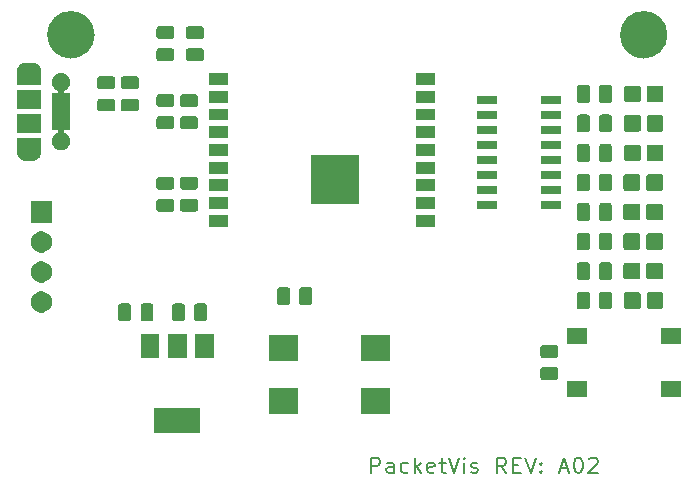
<source format=gbr>
G04 #@! TF.GenerationSoftware,KiCad,Pcbnew,(5.1.6)-1*
G04 #@! TF.CreationDate,2020-08-23T16:03:49+02:00*
G04 #@! TF.ProjectId,PacketVis,5061636b-6574-4566-9973-2e6b69636164,A01*
G04 #@! TF.SameCoordinates,Original*
G04 #@! TF.FileFunction,Soldermask,Top*
G04 #@! TF.FilePolarity,Negative*
%FSLAX46Y46*%
G04 Gerber Fmt 4.6, Leading zero omitted, Abs format (unit mm)*
G04 Created by KiCad (PCBNEW (5.1.6)-1) date 2020-08-23 16:03:49*
%MOMM*%
%LPD*%
G01*
G04 APERTURE LIST*
%ADD10C,0.150000*%
%ADD11C,2.000000*%
%ADD12C,0.100000*%
G04 APERTURE END LIST*
D10*
X212601428Y-116065476D02*
X212601428Y-114815476D01*
X213115714Y-114815476D01*
X213244285Y-114875000D01*
X213308571Y-114934523D01*
X213372857Y-115053571D01*
X213372857Y-115232142D01*
X213308571Y-115351190D01*
X213244285Y-115410714D01*
X213115714Y-115470238D01*
X212601428Y-115470238D01*
X214530000Y-116065476D02*
X214530000Y-115410714D01*
X214465714Y-115291666D01*
X214337142Y-115232142D01*
X214080000Y-115232142D01*
X213951428Y-115291666D01*
X214530000Y-116005952D02*
X214401428Y-116065476D01*
X214080000Y-116065476D01*
X213951428Y-116005952D01*
X213887142Y-115886904D01*
X213887142Y-115767857D01*
X213951428Y-115648809D01*
X214080000Y-115589285D01*
X214401428Y-115589285D01*
X214530000Y-115529761D01*
X215751428Y-116005952D02*
X215622857Y-116065476D01*
X215365714Y-116065476D01*
X215237142Y-116005952D01*
X215172857Y-115946428D01*
X215108571Y-115827380D01*
X215108571Y-115470238D01*
X215172857Y-115351190D01*
X215237142Y-115291666D01*
X215365714Y-115232142D01*
X215622857Y-115232142D01*
X215751428Y-115291666D01*
X216330000Y-116065476D02*
X216330000Y-114815476D01*
X216458571Y-115589285D02*
X216844285Y-116065476D01*
X216844285Y-115232142D02*
X216330000Y-115708333D01*
X217937142Y-116005952D02*
X217808571Y-116065476D01*
X217551428Y-116065476D01*
X217422857Y-116005952D01*
X217358571Y-115886904D01*
X217358571Y-115410714D01*
X217422857Y-115291666D01*
X217551428Y-115232142D01*
X217808571Y-115232142D01*
X217937142Y-115291666D01*
X218001428Y-115410714D01*
X218001428Y-115529761D01*
X217358571Y-115648809D01*
X218387142Y-115232142D02*
X218901428Y-115232142D01*
X218580000Y-114815476D02*
X218580000Y-115886904D01*
X218644285Y-116005952D01*
X218772857Y-116065476D01*
X218901428Y-116065476D01*
X219158571Y-114815476D02*
X219608571Y-116065476D01*
X220058571Y-114815476D01*
X220508571Y-116065476D02*
X220508571Y-115232142D01*
X220508571Y-114815476D02*
X220444285Y-114875000D01*
X220508571Y-114934523D01*
X220572857Y-114875000D01*
X220508571Y-114815476D01*
X220508571Y-114934523D01*
X221087142Y-116005952D02*
X221215714Y-116065476D01*
X221472857Y-116065476D01*
X221601428Y-116005952D01*
X221665714Y-115886904D01*
X221665714Y-115827380D01*
X221601428Y-115708333D01*
X221472857Y-115648809D01*
X221280000Y-115648809D01*
X221151428Y-115589285D01*
X221087142Y-115470238D01*
X221087142Y-115410714D01*
X221151428Y-115291666D01*
X221280000Y-115232142D01*
X221472857Y-115232142D01*
X221601428Y-115291666D01*
X224044285Y-116065476D02*
X223594285Y-115470238D01*
X223272857Y-116065476D02*
X223272857Y-114815476D01*
X223787142Y-114815476D01*
X223915714Y-114875000D01*
X223980000Y-114934523D01*
X224044285Y-115053571D01*
X224044285Y-115232142D01*
X223980000Y-115351190D01*
X223915714Y-115410714D01*
X223787142Y-115470238D01*
X223272857Y-115470238D01*
X224622857Y-115410714D02*
X225072857Y-115410714D01*
X225265714Y-116065476D02*
X224622857Y-116065476D01*
X224622857Y-114815476D01*
X225265714Y-114815476D01*
X225651428Y-114815476D02*
X226101428Y-116065476D01*
X226551428Y-114815476D01*
X227001428Y-115946428D02*
X227065714Y-116005952D01*
X227001428Y-116065476D01*
X226937142Y-116005952D01*
X227001428Y-115946428D01*
X227001428Y-116065476D01*
X227001428Y-115291666D02*
X227065714Y-115351190D01*
X227001428Y-115410714D01*
X226937142Y-115351190D01*
X227001428Y-115291666D01*
X227001428Y-115410714D01*
X228608571Y-115708333D02*
X229251428Y-115708333D01*
X228480000Y-116065476D02*
X228930000Y-114815476D01*
X229380000Y-116065476D01*
X230087142Y-114815476D02*
X230215714Y-114815476D01*
X230344285Y-114875000D01*
X230408571Y-114934523D01*
X230472857Y-115053571D01*
X230537142Y-115291666D01*
X230537142Y-115589285D01*
X230472857Y-115827380D01*
X230408571Y-115946428D01*
X230344285Y-116005952D01*
X230215714Y-116065476D01*
X230087142Y-116065476D01*
X229958571Y-116005952D01*
X229894285Y-115946428D01*
X229830000Y-115827380D01*
X229765714Y-115589285D01*
X229765714Y-115291666D01*
X229830000Y-115053571D01*
X229894285Y-114934523D01*
X229958571Y-114875000D01*
X230087142Y-114815476D01*
X231051428Y-114934523D02*
X231115714Y-114875000D01*
X231244285Y-114815476D01*
X231565714Y-114815476D01*
X231694285Y-114875000D01*
X231758571Y-114934523D01*
X231822857Y-115053571D01*
X231822857Y-115172619D01*
X231758571Y-115351190D01*
X230987142Y-116065476D01*
X231822857Y-116065476D01*
D11*
X188180000Y-79000000D02*
G75*
G03*
X188180000Y-79000000I-1000000J0D01*
G01*
X236680000Y-79000000D02*
G75*
G03*
X236680000Y-79000000I-1000000J0D01*
G01*
D12*
G36*
X198131000Y-112701000D02*
G01*
X194229000Y-112701000D01*
X194229000Y-110599000D01*
X198131000Y-110599000D01*
X198131000Y-112701000D01*
G37*
G36*
X214231000Y-111101000D02*
G01*
X211729000Y-111101000D01*
X211729000Y-108899000D01*
X214231000Y-108899000D01*
X214231000Y-111101000D01*
G37*
G36*
X206431000Y-111101000D02*
G01*
X203929000Y-111101000D01*
X203929000Y-108899000D01*
X206431000Y-108899000D01*
X206431000Y-111101000D01*
G37*
G36*
X230851000Y-109701000D02*
G01*
X229199000Y-109701000D01*
X229199000Y-108299000D01*
X230851000Y-108299000D01*
X230851000Y-109701000D01*
G37*
G36*
X238801000Y-109701000D02*
G01*
X237149000Y-109701000D01*
X237149000Y-108299000D01*
X238801000Y-108299000D01*
X238801000Y-109701000D01*
G37*
G36*
X228264468Y-107153565D02*
G01*
X228303138Y-107165296D01*
X228338777Y-107184346D01*
X228370017Y-107209983D01*
X228395654Y-107241223D01*
X228414704Y-107276862D01*
X228426435Y-107315532D01*
X228431000Y-107361888D01*
X228431000Y-108013112D01*
X228426435Y-108059468D01*
X228414704Y-108098138D01*
X228395654Y-108133777D01*
X228370017Y-108165017D01*
X228338777Y-108190654D01*
X228303138Y-108209704D01*
X228264468Y-108221435D01*
X228218112Y-108226000D01*
X227141888Y-108226000D01*
X227095532Y-108221435D01*
X227056862Y-108209704D01*
X227021223Y-108190654D01*
X226989983Y-108165017D01*
X226964346Y-108133777D01*
X226945296Y-108098138D01*
X226933565Y-108059468D01*
X226929000Y-108013112D01*
X226929000Y-107361888D01*
X226933565Y-107315532D01*
X226945296Y-107276862D01*
X226964346Y-107241223D01*
X226989983Y-107209983D01*
X227021223Y-107184346D01*
X227056862Y-107165296D01*
X227095532Y-107153565D01*
X227141888Y-107149000D01*
X228218112Y-107149000D01*
X228264468Y-107153565D01*
G37*
G36*
X214231000Y-106601000D02*
G01*
X211729000Y-106601000D01*
X211729000Y-104399000D01*
X214231000Y-104399000D01*
X214231000Y-106601000D01*
G37*
G36*
X206431000Y-106601000D02*
G01*
X203929000Y-106601000D01*
X203929000Y-104399000D01*
X206431000Y-104399000D01*
X206431000Y-106601000D01*
G37*
G36*
X196981000Y-106401000D02*
G01*
X195379000Y-106401000D01*
X195379000Y-104299000D01*
X196981000Y-104299000D01*
X196981000Y-106401000D01*
G37*
G36*
X194681000Y-106401000D02*
G01*
X193079000Y-106401000D01*
X193079000Y-104299000D01*
X194681000Y-104299000D01*
X194681000Y-106401000D01*
G37*
G36*
X199281000Y-106401000D02*
G01*
X197679000Y-106401000D01*
X197679000Y-104299000D01*
X199281000Y-104299000D01*
X199281000Y-106401000D01*
G37*
G36*
X228264468Y-105278565D02*
G01*
X228303138Y-105290296D01*
X228338777Y-105309346D01*
X228370017Y-105334983D01*
X228395654Y-105366223D01*
X228414704Y-105401862D01*
X228426435Y-105440532D01*
X228431000Y-105486888D01*
X228431000Y-106138112D01*
X228426435Y-106184468D01*
X228414704Y-106223138D01*
X228395654Y-106258777D01*
X228370017Y-106290017D01*
X228338777Y-106315654D01*
X228303138Y-106334704D01*
X228264468Y-106346435D01*
X228218112Y-106351000D01*
X227141888Y-106351000D01*
X227095532Y-106346435D01*
X227056862Y-106334704D01*
X227021223Y-106315654D01*
X226989983Y-106290017D01*
X226964346Y-106258777D01*
X226945296Y-106223138D01*
X226933565Y-106184468D01*
X226929000Y-106138112D01*
X226929000Y-105486888D01*
X226933565Y-105440532D01*
X226945296Y-105401862D01*
X226964346Y-105366223D01*
X226989983Y-105334983D01*
X227021223Y-105309346D01*
X227056862Y-105290296D01*
X227095532Y-105278565D01*
X227141888Y-105274000D01*
X228218112Y-105274000D01*
X228264468Y-105278565D01*
G37*
G36*
X238801000Y-105201000D02*
G01*
X237149000Y-105201000D01*
X237149000Y-103799000D01*
X238801000Y-103799000D01*
X238801000Y-105201000D01*
G37*
G36*
X230851000Y-105201000D02*
G01*
X229199000Y-105201000D01*
X229199000Y-103799000D01*
X230851000Y-103799000D01*
X230851000Y-105201000D01*
G37*
G36*
X192114468Y-101753565D02*
G01*
X192153138Y-101765296D01*
X192188777Y-101784346D01*
X192220017Y-101809983D01*
X192245654Y-101841223D01*
X192264704Y-101876862D01*
X192276435Y-101915532D01*
X192281000Y-101961888D01*
X192281000Y-103038112D01*
X192276435Y-103084468D01*
X192264704Y-103123138D01*
X192245654Y-103158777D01*
X192220017Y-103190017D01*
X192188777Y-103215654D01*
X192153138Y-103234704D01*
X192114468Y-103246435D01*
X192068112Y-103251000D01*
X191416888Y-103251000D01*
X191370532Y-103246435D01*
X191331862Y-103234704D01*
X191296223Y-103215654D01*
X191264983Y-103190017D01*
X191239346Y-103158777D01*
X191220296Y-103123138D01*
X191208565Y-103084468D01*
X191204000Y-103038112D01*
X191204000Y-101961888D01*
X191208565Y-101915532D01*
X191220296Y-101876862D01*
X191239346Y-101841223D01*
X191264983Y-101809983D01*
X191296223Y-101784346D01*
X191331862Y-101765296D01*
X191370532Y-101753565D01*
X191416888Y-101749000D01*
X192068112Y-101749000D01*
X192114468Y-101753565D01*
G37*
G36*
X198551968Y-101753565D02*
G01*
X198590638Y-101765296D01*
X198626277Y-101784346D01*
X198657517Y-101809983D01*
X198683154Y-101841223D01*
X198702204Y-101876862D01*
X198713935Y-101915532D01*
X198718500Y-101961888D01*
X198718500Y-103038112D01*
X198713935Y-103084468D01*
X198702204Y-103123138D01*
X198683154Y-103158777D01*
X198657517Y-103190017D01*
X198626277Y-103215654D01*
X198590638Y-103234704D01*
X198551968Y-103246435D01*
X198505612Y-103251000D01*
X197854388Y-103251000D01*
X197808032Y-103246435D01*
X197769362Y-103234704D01*
X197733723Y-103215654D01*
X197702483Y-103190017D01*
X197676846Y-103158777D01*
X197657796Y-103123138D01*
X197646065Y-103084468D01*
X197641500Y-103038112D01*
X197641500Y-101961888D01*
X197646065Y-101915532D01*
X197657796Y-101876862D01*
X197676846Y-101841223D01*
X197702483Y-101809983D01*
X197733723Y-101784346D01*
X197769362Y-101765296D01*
X197808032Y-101753565D01*
X197854388Y-101749000D01*
X198505612Y-101749000D01*
X198551968Y-101753565D01*
G37*
G36*
X196676968Y-101753565D02*
G01*
X196715638Y-101765296D01*
X196751277Y-101784346D01*
X196782517Y-101809983D01*
X196808154Y-101841223D01*
X196827204Y-101876862D01*
X196838935Y-101915532D01*
X196843500Y-101961888D01*
X196843500Y-103038112D01*
X196838935Y-103084468D01*
X196827204Y-103123138D01*
X196808154Y-103158777D01*
X196782517Y-103190017D01*
X196751277Y-103215654D01*
X196715638Y-103234704D01*
X196676968Y-103246435D01*
X196630612Y-103251000D01*
X195979388Y-103251000D01*
X195933032Y-103246435D01*
X195894362Y-103234704D01*
X195858723Y-103215654D01*
X195827483Y-103190017D01*
X195801846Y-103158777D01*
X195782796Y-103123138D01*
X195771065Y-103084468D01*
X195766500Y-103038112D01*
X195766500Y-101961888D01*
X195771065Y-101915532D01*
X195782796Y-101876862D01*
X195801846Y-101841223D01*
X195827483Y-101809983D01*
X195858723Y-101784346D01*
X195894362Y-101765296D01*
X195933032Y-101753565D01*
X195979388Y-101749000D01*
X196630612Y-101749000D01*
X196676968Y-101753565D01*
G37*
G36*
X193989468Y-101753565D02*
G01*
X194028138Y-101765296D01*
X194063777Y-101784346D01*
X194095017Y-101809983D01*
X194120654Y-101841223D01*
X194139704Y-101876862D01*
X194151435Y-101915532D01*
X194156000Y-101961888D01*
X194156000Y-103038112D01*
X194151435Y-103084468D01*
X194139704Y-103123138D01*
X194120654Y-103158777D01*
X194095017Y-103190017D01*
X194063777Y-103215654D01*
X194028138Y-103234704D01*
X193989468Y-103246435D01*
X193943112Y-103251000D01*
X193291888Y-103251000D01*
X193245532Y-103246435D01*
X193206862Y-103234704D01*
X193171223Y-103215654D01*
X193139983Y-103190017D01*
X193114346Y-103158777D01*
X193095296Y-103123138D01*
X193083565Y-103084468D01*
X193079000Y-103038112D01*
X193079000Y-101961888D01*
X193083565Y-101915532D01*
X193095296Y-101876862D01*
X193114346Y-101841223D01*
X193139983Y-101809983D01*
X193171223Y-101784346D01*
X193206862Y-101765296D01*
X193245532Y-101753565D01*
X193291888Y-101749000D01*
X193943112Y-101749000D01*
X193989468Y-101753565D01*
G37*
G36*
X184793512Y-100723927D02*
G01*
X184942812Y-100753624D01*
X185106784Y-100821544D01*
X185254354Y-100920147D01*
X185379853Y-101045646D01*
X185478456Y-101193216D01*
X185546376Y-101357188D01*
X185581000Y-101531259D01*
X185581000Y-101708741D01*
X185546376Y-101882812D01*
X185478456Y-102046784D01*
X185379853Y-102194354D01*
X185254354Y-102319853D01*
X185106784Y-102418456D01*
X184942812Y-102486376D01*
X184793512Y-102516073D01*
X184768742Y-102521000D01*
X184591258Y-102521000D01*
X184566488Y-102516073D01*
X184417188Y-102486376D01*
X184253216Y-102418456D01*
X184105646Y-102319853D01*
X183980147Y-102194354D01*
X183881544Y-102046784D01*
X183813624Y-101882812D01*
X183779000Y-101708741D01*
X183779000Y-101531259D01*
X183813624Y-101357188D01*
X183881544Y-101193216D01*
X183980147Y-101045646D01*
X184105646Y-100920147D01*
X184253216Y-100821544D01*
X184417188Y-100753624D01*
X184566488Y-100723927D01*
X184591258Y-100719000D01*
X184768742Y-100719000D01*
X184793512Y-100723927D01*
G37*
G36*
X230944468Y-100753565D02*
G01*
X230983138Y-100765296D01*
X231018777Y-100784346D01*
X231050017Y-100809983D01*
X231075654Y-100841223D01*
X231094704Y-100876862D01*
X231106435Y-100915532D01*
X231111000Y-100961888D01*
X231111000Y-102038112D01*
X231106435Y-102084468D01*
X231094704Y-102123138D01*
X231075654Y-102158777D01*
X231050017Y-102190017D01*
X231018777Y-102215654D01*
X230983138Y-102234704D01*
X230944468Y-102246435D01*
X230898112Y-102251000D01*
X230246888Y-102251000D01*
X230200532Y-102246435D01*
X230161862Y-102234704D01*
X230126223Y-102215654D01*
X230094983Y-102190017D01*
X230069346Y-102158777D01*
X230050296Y-102123138D01*
X230038565Y-102084468D01*
X230034000Y-102038112D01*
X230034000Y-100961888D01*
X230038565Y-100915532D01*
X230050296Y-100876862D01*
X230069346Y-100841223D01*
X230094983Y-100809983D01*
X230126223Y-100784346D01*
X230161862Y-100765296D01*
X230200532Y-100753565D01*
X230246888Y-100749000D01*
X230898112Y-100749000D01*
X230944468Y-100753565D01*
G37*
G36*
X232819468Y-100753565D02*
G01*
X232858138Y-100765296D01*
X232893777Y-100784346D01*
X232925017Y-100809983D01*
X232950654Y-100841223D01*
X232969704Y-100876862D01*
X232981435Y-100915532D01*
X232986000Y-100961888D01*
X232986000Y-102038112D01*
X232981435Y-102084468D01*
X232969704Y-102123138D01*
X232950654Y-102158777D01*
X232925017Y-102190017D01*
X232893777Y-102215654D01*
X232858138Y-102234704D01*
X232819468Y-102246435D01*
X232773112Y-102251000D01*
X232121888Y-102251000D01*
X232075532Y-102246435D01*
X232036862Y-102234704D01*
X232001223Y-102215654D01*
X231969983Y-102190017D01*
X231944346Y-102158777D01*
X231925296Y-102123138D01*
X231913565Y-102084468D01*
X231909000Y-102038112D01*
X231909000Y-100961888D01*
X231913565Y-100915532D01*
X231925296Y-100876862D01*
X231944346Y-100841223D01*
X231969983Y-100809983D01*
X232001223Y-100784346D01*
X232036862Y-100765296D01*
X232075532Y-100753565D01*
X232121888Y-100749000D01*
X232773112Y-100749000D01*
X232819468Y-100753565D01*
G37*
G36*
X235275781Y-100803295D02*
G01*
X235311816Y-100814227D01*
X235345024Y-100831977D01*
X235374134Y-100855866D01*
X235398023Y-100884976D01*
X235415773Y-100918184D01*
X235426705Y-100954219D01*
X235431000Y-100997831D01*
X235431000Y-102002169D01*
X235426705Y-102045781D01*
X235415773Y-102081816D01*
X235398023Y-102115024D01*
X235374134Y-102144134D01*
X235345024Y-102168023D01*
X235311816Y-102185773D01*
X235275781Y-102196705D01*
X235232169Y-102201000D01*
X234202831Y-102201000D01*
X234159219Y-102196705D01*
X234123184Y-102185773D01*
X234089976Y-102168023D01*
X234060866Y-102144134D01*
X234036977Y-102115024D01*
X234019227Y-102081816D01*
X234008295Y-102045781D01*
X234004000Y-102002169D01*
X234004000Y-100997831D01*
X234008295Y-100954219D01*
X234019227Y-100918184D01*
X234036977Y-100884976D01*
X234060866Y-100855866D01*
X234089976Y-100831977D01*
X234123184Y-100814227D01*
X234159219Y-100803295D01*
X234202831Y-100799000D01*
X235232169Y-100799000D01*
X235275781Y-100803295D01*
G37*
G36*
X237200781Y-100803295D02*
G01*
X237236816Y-100814227D01*
X237270024Y-100831977D01*
X237299134Y-100855866D01*
X237323023Y-100884976D01*
X237340773Y-100918184D01*
X237351705Y-100954219D01*
X237356000Y-100997831D01*
X237356000Y-102002169D01*
X237351705Y-102045781D01*
X237340773Y-102081816D01*
X237323023Y-102115024D01*
X237299134Y-102144134D01*
X237270024Y-102168023D01*
X237236816Y-102185773D01*
X237200781Y-102196705D01*
X237157169Y-102201000D01*
X236127831Y-102201000D01*
X236084219Y-102196705D01*
X236048184Y-102185773D01*
X236014976Y-102168023D01*
X235985866Y-102144134D01*
X235961977Y-102115024D01*
X235944227Y-102081816D01*
X235933295Y-102045781D01*
X235929000Y-102002169D01*
X235929000Y-100997831D01*
X235933295Y-100954219D01*
X235944227Y-100918184D01*
X235961977Y-100884976D01*
X235985866Y-100855866D01*
X236014976Y-100831977D01*
X236048184Y-100814227D01*
X236084219Y-100803295D01*
X236127831Y-100799000D01*
X237157169Y-100799000D01*
X237200781Y-100803295D01*
G37*
G36*
X205564468Y-100383565D02*
G01*
X205603138Y-100395296D01*
X205638777Y-100414346D01*
X205670017Y-100439983D01*
X205695654Y-100471223D01*
X205714704Y-100506862D01*
X205726435Y-100545532D01*
X205731000Y-100591888D01*
X205731000Y-101668112D01*
X205726435Y-101714468D01*
X205714704Y-101753138D01*
X205695654Y-101788777D01*
X205670017Y-101820017D01*
X205638777Y-101845654D01*
X205603138Y-101864704D01*
X205564468Y-101876435D01*
X205518112Y-101881000D01*
X204866888Y-101881000D01*
X204820532Y-101876435D01*
X204781862Y-101864704D01*
X204746223Y-101845654D01*
X204714983Y-101820017D01*
X204689346Y-101788777D01*
X204670296Y-101753138D01*
X204658565Y-101714468D01*
X204654000Y-101668112D01*
X204654000Y-100591888D01*
X204658565Y-100545532D01*
X204670296Y-100506862D01*
X204689346Y-100471223D01*
X204714983Y-100439983D01*
X204746223Y-100414346D01*
X204781862Y-100395296D01*
X204820532Y-100383565D01*
X204866888Y-100379000D01*
X205518112Y-100379000D01*
X205564468Y-100383565D01*
G37*
G36*
X207439468Y-100383565D02*
G01*
X207478138Y-100395296D01*
X207513777Y-100414346D01*
X207545017Y-100439983D01*
X207570654Y-100471223D01*
X207589704Y-100506862D01*
X207601435Y-100545532D01*
X207606000Y-100591888D01*
X207606000Y-101668112D01*
X207601435Y-101714468D01*
X207589704Y-101753138D01*
X207570654Y-101788777D01*
X207545017Y-101820017D01*
X207513777Y-101845654D01*
X207478138Y-101864704D01*
X207439468Y-101876435D01*
X207393112Y-101881000D01*
X206741888Y-101881000D01*
X206695532Y-101876435D01*
X206656862Y-101864704D01*
X206621223Y-101845654D01*
X206589983Y-101820017D01*
X206564346Y-101788777D01*
X206545296Y-101753138D01*
X206533565Y-101714468D01*
X206529000Y-101668112D01*
X206529000Y-100591888D01*
X206533565Y-100545532D01*
X206545296Y-100506862D01*
X206564346Y-100471223D01*
X206589983Y-100439983D01*
X206621223Y-100414346D01*
X206656862Y-100395296D01*
X206695532Y-100383565D01*
X206741888Y-100379000D01*
X207393112Y-100379000D01*
X207439468Y-100383565D01*
G37*
G36*
X184793512Y-98183927D02*
G01*
X184942812Y-98213624D01*
X185106784Y-98281544D01*
X185254354Y-98380147D01*
X185379853Y-98505646D01*
X185478456Y-98653216D01*
X185546376Y-98817188D01*
X185581000Y-98991259D01*
X185581000Y-99168741D01*
X185546376Y-99342812D01*
X185478456Y-99506784D01*
X185379853Y-99654354D01*
X185254354Y-99779853D01*
X185106784Y-99878456D01*
X184942812Y-99946376D01*
X184793512Y-99976073D01*
X184768742Y-99981000D01*
X184591258Y-99981000D01*
X184566488Y-99976073D01*
X184417188Y-99946376D01*
X184253216Y-99878456D01*
X184105646Y-99779853D01*
X183980147Y-99654354D01*
X183881544Y-99506784D01*
X183813624Y-99342812D01*
X183779000Y-99168741D01*
X183779000Y-98991259D01*
X183813624Y-98817188D01*
X183881544Y-98653216D01*
X183980147Y-98505646D01*
X184105646Y-98380147D01*
X184253216Y-98281544D01*
X184417188Y-98213624D01*
X184566488Y-98183927D01*
X184591258Y-98179000D01*
X184768742Y-98179000D01*
X184793512Y-98183927D01*
G37*
G36*
X232819468Y-98253565D02*
G01*
X232858138Y-98265296D01*
X232893777Y-98284346D01*
X232925017Y-98309983D01*
X232950654Y-98341223D01*
X232969704Y-98376862D01*
X232981435Y-98415532D01*
X232986000Y-98461888D01*
X232986000Y-99538112D01*
X232981435Y-99584468D01*
X232969704Y-99623138D01*
X232950654Y-99658777D01*
X232925017Y-99690017D01*
X232893777Y-99715654D01*
X232858138Y-99734704D01*
X232819468Y-99746435D01*
X232773112Y-99751000D01*
X232121888Y-99751000D01*
X232075532Y-99746435D01*
X232036862Y-99734704D01*
X232001223Y-99715654D01*
X231969983Y-99690017D01*
X231944346Y-99658777D01*
X231925296Y-99623138D01*
X231913565Y-99584468D01*
X231909000Y-99538112D01*
X231909000Y-98461888D01*
X231913565Y-98415532D01*
X231925296Y-98376862D01*
X231944346Y-98341223D01*
X231969983Y-98309983D01*
X232001223Y-98284346D01*
X232036862Y-98265296D01*
X232075532Y-98253565D01*
X232121888Y-98249000D01*
X232773112Y-98249000D01*
X232819468Y-98253565D01*
G37*
G36*
X230944468Y-98253565D02*
G01*
X230983138Y-98265296D01*
X231018777Y-98284346D01*
X231050017Y-98309983D01*
X231075654Y-98341223D01*
X231094704Y-98376862D01*
X231106435Y-98415532D01*
X231111000Y-98461888D01*
X231111000Y-99538112D01*
X231106435Y-99584468D01*
X231094704Y-99623138D01*
X231075654Y-99658777D01*
X231050017Y-99690017D01*
X231018777Y-99715654D01*
X230983138Y-99734704D01*
X230944468Y-99746435D01*
X230898112Y-99751000D01*
X230246888Y-99751000D01*
X230200532Y-99746435D01*
X230161862Y-99734704D01*
X230126223Y-99715654D01*
X230094983Y-99690017D01*
X230069346Y-99658777D01*
X230050296Y-99623138D01*
X230038565Y-99584468D01*
X230034000Y-99538112D01*
X230034000Y-98461888D01*
X230038565Y-98415532D01*
X230050296Y-98376862D01*
X230069346Y-98341223D01*
X230094983Y-98309983D01*
X230126223Y-98284346D01*
X230161862Y-98265296D01*
X230200532Y-98253565D01*
X230246888Y-98249000D01*
X230898112Y-98249000D01*
X230944468Y-98253565D01*
G37*
G36*
X237163281Y-98303295D02*
G01*
X237199316Y-98314227D01*
X237232524Y-98331977D01*
X237261634Y-98355866D01*
X237285523Y-98384976D01*
X237303273Y-98418184D01*
X237314205Y-98454219D01*
X237318500Y-98497831D01*
X237318500Y-99502169D01*
X237314205Y-99545781D01*
X237303273Y-99581816D01*
X237285523Y-99615024D01*
X237261634Y-99644134D01*
X237232524Y-99668023D01*
X237199316Y-99685773D01*
X237163281Y-99696705D01*
X237119669Y-99701000D01*
X236090331Y-99701000D01*
X236046719Y-99696705D01*
X236010684Y-99685773D01*
X235977476Y-99668023D01*
X235948366Y-99644134D01*
X235924477Y-99615024D01*
X235906727Y-99581816D01*
X235895795Y-99545781D01*
X235891500Y-99502169D01*
X235891500Y-98497831D01*
X235895795Y-98454219D01*
X235906727Y-98418184D01*
X235924477Y-98384976D01*
X235948366Y-98355866D01*
X235977476Y-98331977D01*
X236010684Y-98314227D01*
X236046719Y-98303295D01*
X236090331Y-98299000D01*
X237119669Y-98299000D01*
X237163281Y-98303295D01*
G37*
G36*
X235238281Y-98303295D02*
G01*
X235274316Y-98314227D01*
X235307524Y-98331977D01*
X235336634Y-98355866D01*
X235360523Y-98384976D01*
X235378273Y-98418184D01*
X235389205Y-98454219D01*
X235393500Y-98497831D01*
X235393500Y-99502169D01*
X235389205Y-99545781D01*
X235378273Y-99581816D01*
X235360523Y-99615024D01*
X235336634Y-99644134D01*
X235307524Y-99668023D01*
X235274316Y-99685773D01*
X235238281Y-99696705D01*
X235194669Y-99701000D01*
X234165331Y-99701000D01*
X234121719Y-99696705D01*
X234085684Y-99685773D01*
X234052476Y-99668023D01*
X234023366Y-99644134D01*
X233999477Y-99615024D01*
X233981727Y-99581816D01*
X233970795Y-99545781D01*
X233966500Y-99502169D01*
X233966500Y-98497831D01*
X233970795Y-98454219D01*
X233981727Y-98418184D01*
X233999477Y-98384976D01*
X234023366Y-98355866D01*
X234052476Y-98331977D01*
X234085684Y-98314227D01*
X234121719Y-98303295D01*
X234165331Y-98299000D01*
X235194669Y-98299000D01*
X235238281Y-98303295D01*
G37*
G36*
X184793512Y-95643927D02*
G01*
X184942812Y-95673624D01*
X185106784Y-95741544D01*
X185254354Y-95840147D01*
X185379853Y-95965646D01*
X185478456Y-96113216D01*
X185546376Y-96277188D01*
X185581000Y-96451259D01*
X185581000Y-96628741D01*
X185546376Y-96802812D01*
X185478456Y-96966784D01*
X185379853Y-97114354D01*
X185254354Y-97239853D01*
X185106784Y-97338456D01*
X184942812Y-97406376D01*
X184793512Y-97436073D01*
X184768742Y-97441000D01*
X184591258Y-97441000D01*
X184566488Y-97436073D01*
X184417188Y-97406376D01*
X184253216Y-97338456D01*
X184105646Y-97239853D01*
X183980147Y-97114354D01*
X183881544Y-96966784D01*
X183813624Y-96802812D01*
X183779000Y-96628741D01*
X183779000Y-96451259D01*
X183813624Y-96277188D01*
X183881544Y-96113216D01*
X183980147Y-95965646D01*
X184105646Y-95840147D01*
X184253216Y-95741544D01*
X184417188Y-95673624D01*
X184566488Y-95643927D01*
X184591258Y-95639000D01*
X184768742Y-95639000D01*
X184793512Y-95643927D01*
G37*
G36*
X232819468Y-95753565D02*
G01*
X232858138Y-95765296D01*
X232893777Y-95784346D01*
X232925017Y-95809983D01*
X232950654Y-95841223D01*
X232969704Y-95876862D01*
X232981435Y-95915532D01*
X232986000Y-95961888D01*
X232986000Y-97038112D01*
X232981435Y-97084468D01*
X232969704Y-97123138D01*
X232950654Y-97158777D01*
X232925017Y-97190017D01*
X232893777Y-97215654D01*
X232858138Y-97234704D01*
X232819468Y-97246435D01*
X232773112Y-97251000D01*
X232121888Y-97251000D01*
X232075532Y-97246435D01*
X232036862Y-97234704D01*
X232001223Y-97215654D01*
X231969983Y-97190017D01*
X231944346Y-97158777D01*
X231925296Y-97123138D01*
X231913565Y-97084468D01*
X231909000Y-97038112D01*
X231909000Y-95961888D01*
X231913565Y-95915532D01*
X231925296Y-95876862D01*
X231944346Y-95841223D01*
X231969983Y-95809983D01*
X232001223Y-95784346D01*
X232036862Y-95765296D01*
X232075532Y-95753565D01*
X232121888Y-95749000D01*
X232773112Y-95749000D01*
X232819468Y-95753565D01*
G37*
G36*
X230944468Y-95753565D02*
G01*
X230983138Y-95765296D01*
X231018777Y-95784346D01*
X231050017Y-95809983D01*
X231075654Y-95841223D01*
X231094704Y-95876862D01*
X231106435Y-95915532D01*
X231111000Y-95961888D01*
X231111000Y-97038112D01*
X231106435Y-97084468D01*
X231094704Y-97123138D01*
X231075654Y-97158777D01*
X231050017Y-97190017D01*
X231018777Y-97215654D01*
X230983138Y-97234704D01*
X230944468Y-97246435D01*
X230898112Y-97251000D01*
X230246888Y-97251000D01*
X230200532Y-97246435D01*
X230161862Y-97234704D01*
X230126223Y-97215654D01*
X230094983Y-97190017D01*
X230069346Y-97158777D01*
X230050296Y-97123138D01*
X230038565Y-97084468D01*
X230034000Y-97038112D01*
X230034000Y-95961888D01*
X230038565Y-95915532D01*
X230050296Y-95876862D01*
X230069346Y-95841223D01*
X230094983Y-95809983D01*
X230126223Y-95784346D01*
X230161862Y-95765296D01*
X230200532Y-95753565D01*
X230246888Y-95749000D01*
X230898112Y-95749000D01*
X230944468Y-95753565D01*
G37*
G36*
X237163281Y-95803295D02*
G01*
X237199316Y-95814227D01*
X237232524Y-95831977D01*
X237261634Y-95855866D01*
X237285523Y-95884976D01*
X237303273Y-95918184D01*
X237314205Y-95954219D01*
X237318500Y-95997831D01*
X237318500Y-97002169D01*
X237314205Y-97045781D01*
X237303273Y-97081816D01*
X237285523Y-97115024D01*
X237261634Y-97144134D01*
X237232524Y-97168023D01*
X237199316Y-97185773D01*
X237163281Y-97196705D01*
X237119669Y-97201000D01*
X236090331Y-97201000D01*
X236046719Y-97196705D01*
X236010684Y-97185773D01*
X235977476Y-97168023D01*
X235948366Y-97144134D01*
X235924477Y-97115024D01*
X235906727Y-97081816D01*
X235895795Y-97045781D01*
X235891500Y-97002169D01*
X235891500Y-95997831D01*
X235895795Y-95954219D01*
X235906727Y-95918184D01*
X235924477Y-95884976D01*
X235948366Y-95855866D01*
X235977476Y-95831977D01*
X236010684Y-95814227D01*
X236046719Y-95803295D01*
X236090331Y-95799000D01*
X237119669Y-95799000D01*
X237163281Y-95803295D01*
G37*
G36*
X235238281Y-95803295D02*
G01*
X235274316Y-95814227D01*
X235307524Y-95831977D01*
X235336634Y-95855866D01*
X235360523Y-95884976D01*
X235378273Y-95918184D01*
X235389205Y-95954219D01*
X235393500Y-95997831D01*
X235393500Y-97002169D01*
X235389205Y-97045781D01*
X235378273Y-97081816D01*
X235360523Y-97115024D01*
X235336634Y-97144134D01*
X235307524Y-97168023D01*
X235274316Y-97185773D01*
X235238281Y-97196705D01*
X235194669Y-97201000D01*
X234165331Y-97201000D01*
X234121719Y-97196705D01*
X234085684Y-97185773D01*
X234052476Y-97168023D01*
X234023366Y-97144134D01*
X233999477Y-97115024D01*
X233981727Y-97081816D01*
X233970795Y-97045781D01*
X233966500Y-97002169D01*
X233966500Y-95997831D01*
X233970795Y-95954219D01*
X233981727Y-95918184D01*
X233999477Y-95884976D01*
X234023366Y-95855866D01*
X234052476Y-95831977D01*
X234085684Y-95814227D01*
X234121719Y-95803295D01*
X234165331Y-95799000D01*
X235194669Y-95799000D01*
X235238281Y-95803295D01*
G37*
G36*
X200481000Y-95251000D02*
G01*
X198879000Y-95251000D01*
X198879000Y-94249000D01*
X200481000Y-94249000D01*
X200481000Y-95251000D01*
G37*
G36*
X217981000Y-95251000D02*
G01*
X216379000Y-95251000D01*
X216379000Y-94249000D01*
X217981000Y-94249000D01*
X217981000Y-95251000D01*
G37*
G36*
X185581000Y-94901000D02*
G01*
X183779000Y-94901000D01*
X183779000Y-93099000D01*
X185581000Y-93099000D01*
X185581000Y-94901000D01*
G37*
G36*
X232819468Y-93253565D02*
G01*
X232858138Y-93265296D01*
X232893777Y-93284346D01*
X232925017Y-93309983D01*
X232950654Y-93341223D01*
X232969704Y-93376862D01*
X232981435Y-93415532D01*
X232986000Y-93461888D01*
X232986000Y-94538112D01*
X232981435Y-94584468D01*
X232969704Y-94623138D01*
X232950654Y-94658777D01*
X232925017Y-94690017D01*
X232893777Y-94715654D01*
X232858138Y-94734704D01*
X232819468Y-94746435D01*
X232773112Y-94751000D01*
X232121888Y-94751000D01*
X232075532Y-94746435D01*
X232036862Y-94734704D01*
X232001223Y-94715654D01*
X231969983Y-94690017D01*
X231944346Y-94658777D01*
X231925296Y-94623138D01*
X231913565Y-94584468D01*
X231909000Y-94538112D01*
X231909000Y-93461888D01*
X231913565Y-93415532D01*
X231925296Y-93376862D01*
X231944346Y-93341223D01*
X231969983Y-93309983D01*
X232001223Y-93284346D01*
X232036862Y-93265296D01*
X232075532Y-93253565D01*
X232121888Y-93249000D01*
X232773112Y-93249000D01*
X232819468Y-93253565D01*
G37*
G36*
X230944468Y-93253565D02*
G01*
X230983138Y-93265296D01*
X231018777Y-93284346D01*
X231050017Y-93309983D01*
X231075654Y-93341223D01*
X231094704Y-93376862D01*
X231106435Y-93415532D01*
X231111000Y-93461888D01*
X231111000Y-94538112D01*
X231106435Y-94584468D01*
X231094704Y-94623138D01*
X231075654Y-94658777D01*
X231050017Y-94690017D01*
X231018777Y-94715654D01*
X230983138Y-94734704D01*
X230944468Y-94746435D01*
X230898112Y-94751000D01*
X230246888Y-94751000D01*
X230200532Y-94746435D01*
X230161862Y-94734704D01*
X230126223Y-94715654D01*
X230094983Y-94690017D01*
X230069346Y-94658777D01*
X230050296Y-94623138D01*
X230038565Y-94584468D01*
X230034000Y-94538112D01*
X230034000Y-93461888D01*
X230038565Y-93415532D01*
X230050296Y-93376862D01*
X230069346Y-93341223D01*
X230094983Y-93309983D01*
X230126223Y-93284346D01*
X230161862Y-93265296D01*
X230200532Y-93253565D01*
X230246888Y-93249000D01*
X230898112Y-93249000D01*
X230944468Y-93253565D01*
G37*
G36*
X235238281Y-93303295D02*
G01*
X235274316Y-93314227D01*
X235307524Y-93331977D01*
X235336634Y-93355866D01*
X235360523Y-93384976D01*
X235378273Y-93418184D01*
X235389205Y-93454219D01*
X235393500Y-93497831D01*
X235393500Y-94502169D01*
X235389205Y-94545781D01*
X235378273Y-94581816D01*
X235360523Y-94615024D01*
X235336634Y-94644134D01*
X235307524Y-94668023D01*
X235274316Y-94685773D01*
X235238281Y-94696705D01*
X235194669Y-94701000D01*
X234165331Y-94701000D01*
X234121719Y-94696705D01*
X234085684Y-94685773D01*
X234052476Y-94668023D01*
X234023366Y-94644134D01*
X233999477Y-94615024D01*
X233981727Y-94581816D01*
X233970795Y-94545781D01*
X233966500Y-94502169D01*
X233966500Y-93497831D01*
X233970795Y-93454219D01*
X233981727Y-93418184D01*
X233999477Y-93384976D01*
X234023366Y-93355866D01*
X234052476Y-93331977D01*
X234085684Y-93314227D01*
X234121719Y-93303295D01*
X234165331Y-93299000D01*
X235194669Y-93299000D01*
X235238281Y-93303295D01*
G37*
G36*
X237163281Y-93303295D02*
G01*
X237199316Y-93314227D01*
X237232524Y-93331977D01*
X237261634Y-93355866D01*
X237285523Y-93384976D01*
X237303273Y-93418184D01*
X237314205Y-93454219D01*
X237318500Y-93497831D01*
X237318500Y-94502169D01*
X237314205Y-94545781D01*
X237303273Y-94581816D01*
X237285523Y-94615024D01*
X237261634Y-94644134D01*
X237232524Y-94668023D01*
X237199316Y-94685773D01*
X237163281Y-94696705D01*
X237119669Y-94701000D01*
X236090331Y-94701000D01*
X236046719Y-94696705D01*
X236010684Y-94685773D01*
X235977476Y-94668023D01*
X235948366Y-94644134D01*
X235924477Y-94615024D01*
X235906727Y-94581816D01*
X235895795Y-94545781D01*
X235891500Y-94502169D01*
X235891500Y-93497831D01*
X235895795Y-93454219D01*
X235906727Y-93418184D01*
X235924477Y-93384976D01*
X235948366Y-93355866D01*
X235977476Y-93331977D01*
X236010684Y-93314227D01*
X236046719Y-93303295D01*
X236090331Y-93299000D01*
X237119669Y-93299000D01*
X237163281Y-93303295D01*
G37*
G36*
X197764468Y-92903565D02*
G01*
X197803138Y-92915296D01*
X197838777Y-92934346D01*
X197870017Y-92959983D01*
X197895654Y-92991223D01*
X197914704Y-93026862D01*
X197926435Y-93065532D01*
X197931000Y-93111888D01*
X197931000Y-93763112D01*
X197926435Y-93809468D01*
X197914704Y-93848138D01*
X197895654Y-93883777D01*
X197870017Y-93915017D01*
X197838777Y-93940654D01*
X197803138Y-93959704D01*
X197764468Y-93971435D01*
X197718112Y-93976000D01*
X196641888Y-93976000D01*
X196595532Y-93971435D01*
X196556862Y-93959704D01*
X196521223Y-93940654D01*
X196489983Y-93915017D01*
X196464346Y-93883777D01*
X196445296Y-93848138D01*
X196433565Y-93809468D01*
X196429000Y-93763112D01*
X196429000Y-93111888D01*
X196433565Y-93065532D01*
X196445296Y-93026862D01*
X196464346Y-92991223D01*
X196489983Y-92959983D01*
X196521223Y-92934346D01*
X196556862Y-92915296D01*
X196595532Y-92903565D01*
X196641888Y-92899000D01*
X197718112Y-92899000D01*
X197764468Y-92903565D01*
G37*
G36*
X195764468Y-92903565D02*
G01*
X195803138Y-92915296D01*
X195838777Y-92934346D01*
X195870017Y-92959983D01*
X195895654Y-92991223D01*
X195914704Y-93026862D01*
X195926435Y-93065532D01*
X195931000Y-93111888D01*
X195931000Y-93763112D01*
X195926435Y-93809468D01*
X195914704Y-93848138D01*
X195895654Y-93883777D01*
X195870017Y-93915017D01*
X195838777Y-93940654D01*
X195803138Y-93959704D01*
X195764468Y-93971435D01*
X195718112Y-93976000D01*
X194641888Y-93976000D01*
X194595532Y-93971435D01*
X194556862Y-93959704D01*
X194521223Y-93940654D01*
X194489983Y-93915017D01*
X194464346Y-93883777D01*
X194445296Y-93848138D01*
X194433565Y-93809468D01*
X194429000Y-93763112D01*
X194429000Y-93111888D01*
X194433565Y-93065532D01*
X194445296Y-93026862D01*
X194464346Y-92991223D01*
X194489983Y-92959983D01*
X194521223Y-92934346D01*
X194556862Y-92915296D01*
X194595532Y-92903565D01*
X194641888Y-92899000D01*
X195718112Y-92899000D01*
X195764468Y-92903565D01*
G37*
G36*
X200481000Y-93751000D02*
G01*
X198879000Y-93751000D01*
X198879000Y-92749000D01*
X200481000Y-92749000D01*
X200481000Y-93751000D01*
G37*
G36*
X217981000Y-93751000D02*
G01*
X216379000Y-93751000D01*
X216379000Y-92749000D01*
X217981000Y-92749000D01*
X217981000Y-93751000D01*
G37*
G36*
X228656000Y-93741000D02*
G01*
X227004000Y-93741000D01*
X227004000Y-93039000D01*
X228656000Y-93039000D01*
X228656000Y-93741000D01*
G37*
G36*
X223256000Y-93741000D02*
G01*
X221604000Y-93741000D01*
X221604000Y-93039000D01*
X223256000Y-93039000D01*
X223256000Y-93741000D01*
G37*
G36*
X211581000Y-93311000D02*
G01*
X207479000Y-93311000D01*
X207479000Y-89209000D01*
X211581000Y-89209000D01*
X211581000Y-93311000D01*
G37*
G36*
X223256000Y-92471000D02*
G01*
X221604000Y-92471000D01*
X221604000Y-91769000D01*
X223256000Y-91769000D01*
X223256000Y-92471000D01*
G37*
G36*
X228656000Y-92471000D02*
G01*
X227004000Y-92471000D01*
X227004000Y-91769000D01*
X228656000Y-91769000D01*
X228656000Y-92471000D01*
G37*
G36*
X230944468Y-90753565D02*
G01*
X230983138Y-90765296D01*
X231018777Y-90784346D01*
X231050017Y-90809983D01*
X231075654Y-90841223D01*
X231094704Y-90876862D01*
X231106435Y-90915532D01*
X231111000Y-90961888D01*
X231111000Y-92038112D01*
X231106435Y-92084468D01*
X231094704Y-92123138D01*
X231075654Y-92158777D01*
X231050017Y-92190017D01*
X231018777Y-92215654D01*
X230983138Y-92234704D01*
X230944468Y-92246435D01*
X230898112Y-92251000D01*
X230246888Y-92251000D01*
X230200532Y-92246435D01*
X230161862Y-92234704D01*
X230126223Y-92215654D01*
X230094983Y-92190017D01*
X230069346Y-92158777D01*
X230050296Y-92123138D01*
X230038565Y-92084468D01*
X230034000Y-92038112D01*
X230034000Y-90961888D01*
X230038565Y-90915532D01*
X230050296Y-90876862D01*
X230069346Y-90841223D01*
X230094983Y-90809983D01*
X230126223Y-90784346D01*
X230161862Y-90765296D01*
X230200532Y-90753565D01*
X230246888Y-90749000D01*
X230898112Y-90749000D01*
X230944468Y-90753565D01*
G37*
G36*
X232819468Y-90753565D02*
G01*
X232858138Y-90765296D01*
X232893777Y-90784346D01*
X232925017Y-90809983D01*
X232950654Y-90841223D01*
X232969704Y-90876862D01*
X232981435Y-90915532D01*
X232986000Y-90961888D01*
X232986000Y-92038112D01*
X232981435Y-92084468D01*
X232969704Y-92123138D01*
X232950654Y-92158777D01*
X232925017Y-92190017D01*
X232893777Y-92215654D01*
X232858138Y-92234704D01*
X232819468Y-92246435D01*
X232773112Y-92251000D01*
X232121888Y-92251000D01*
X232075532Y-92246435D01*
X232036862Y-92234704D01*
X232001223Y-92215654D01*
X231969983Y-92190017D01*
X231944346Y-92158777D01*
X231925296Y-92123138D01*
X231913565Y-92084468D01*
X231909000Y-92038112D01*
X231909000Y-90961888D01*
X231913565Y-90915532D01*
X231925296Y-90876862D01*
X231944346Y-90841223D01*
X231969983Y-90809983D01*
X232001223Y-90784346D01*
X232036862Y-90765296D01*
X232075532Y-90753565D01*
X232121888Y-90749000D01*
X232773112Y-90749000D01*
X232819468Y-90753565D01*
G37*
G36*
X217981000Y-92251000D02*
G01*
X216379000Y-92251000D01*
X216379000Y-91249000D01*
X217981000Y-91249000D01*
X217981000Y-92251000D01*
G37*
G36*
X200481000Y-92251000D02*
G01*
X198879000Y-92251000D01*
X198879000Y-91249000D01*
X200481000Y-91249000D01*
X200481000Y-92251000D01*
G37*
G36*
X235238281Y-90803295D02*
G01*
X235274316Y-90814227D01*
X235307524Y-90831977D01*
X235336634Y-90855866D01*
X235360523Y-90884976D01*
X235378273Y-90918184D01*
X235389205Y-90954219D01*
X235393500Y-90997831D01*
X235393500Y-92002169D01*
X235389205Y-92045781D01*
X235378273Y-92081816D01*
X235360523Y-92115024D01*
X235336634Y-92144134D01*
X235307524Y-92168023D01*
X235274316Y-92185773D01*
X235238281Y-92196705D01*
X235194669Y-92201000D01*
X234165331Y-92201000D01*
X234121719Y-92196705D01*
X234085684Y-92185773D01*
X234052476Y-92168023D01*
X234023366Y-92144134D01*
X233999477Y-92115024D01*
X233981727Y-92081816D01*
X233970795Y-92045781D01*
X233966500Y-92002169D01*
X233966500Y-90997831D01*
X233970795Y-90954219D01*
X233981727Y-90918184D01*
X233999477Y-90884976D01*
X234023366Y-90855866D01*
X234052476Y-90831977D01*
X234085684Y-90814227D01*
X234121719Y-90803295D01*
X234165331Y-90799000D01*
X235194669Y-90799000D01*
X235238281Y-90803295D01*
G37*
G36*
X237163281Y-90803295D02*
G01*
X237199316Y-90814227D01*
X237232524Y-90831977D01*
X237261634Y-90855866D01*
X237285523Y-90884976D01*
X237303273Y-90918184D01*
X237314205Y-90954219D01*
X237318500Y-90997831D01*
X237318500Y-92002169D01*
X237314205Y-92045781D01*
X237303273Y-92081816D01*
X237285523Y-92115024D01*
X237261634Y-92144134D01*
X237232524Y-92168023D01*
X237199316Y-92185773D01*
X237163281Y-92196705D01*
X237119669Y-92201000D01*
X236090331Y-92201000D01*
X236046719Y-92196705D01*
X236010684Y-92185773D01*
X235977476Y-92168023D01*
X235948366Y-92144134D01*
X235924477Y-92115024D01*
X235906727Y-92081816D01*
X235895795Y-92045781D01*
X235891500Y-92002169D01*
X235891500Y-90997831D01*
X235895795Y-90954219D01*
X235906727Y-90918184D01*
X235924477Y-90884976D01*
X235948366Y-90855866D01*
X235977476Y-90831977D01*
X236010684Y-90814227D01*
X236046719Y-90803295D01*
X236090331Y-90799000D01*
X237119669Y-90799000D01*
X237163281Y-90803295D01*
G37*
G36*
X195764468Y-91028565D02*
G01*
X195803138Y-91040296D01*
X195838777Y-91059346D01*
X195870017Y-91084983D01*
X195895654Y-91116223D01*
X195914704Y-91151862D01*
X195926435Y-91190532D01*
X195931000Y-91236888D01*
X195931000Y-91888112D01*
X195926435Y-91934468D01*
X195914704Y-91973138D01*
X195895654Y-92008777D01*
X195870017Y-92040017D01*
X195838777Y-92065654D01*
X195803138Y-92084704D01*
X195764468Y-92096435D01*
X195718112Y-92101000D01*
X194641888Y-92101000D01*
X194595532Y-92096435D01*
X194556862Y-92084704D01*
X194521223Y-92065654D01*
X194489983Y-92040017D01*
X194464346Y-92008777D01*
X194445296Y-91973138D01*
X194433565Y-91934468D01*
X194429000Y-91888112D01*
X194429000Y-91236888D01*
X194433565Y-91190532D01*
X194445296Y-91151862D01*
X194464346Y-91116223D01*
X194489983Y-91084983D01*
X194521223Y-91059346D01*
X194556862Y-91040296D01*
X194595532Y-91028565D01*
X194641888Y-91024000D01*
X195718112Y-91024000D01*
X195764468Y-91028565D01*
G37*
G36*
X197764468Y-91028565D02*
G01*
X197803138Y-91040296D01*
X197838777Y-91059346D01*
X197870017Y-91084983D01*
X197895654Y-91116223D01*
X197914704Y-91151862D01*
X197926435Y-91190532D01*
X197931000Y-91236888D01*
X197931000Y-91888112D01*
X197926435Y-91934468D01*
X197914704Y-91973138D01*
X197895654Y-92008777D01*
X197870017Y-92040017D01*
X197838777Y-92065654D01*
X197803138Y-92084704D01*
X197764468Y-92096435D01*
X197718112Y-92101000D01*
X196641888Y-92101000D01*
X196595532Y-92096435D01*
X196556862Y-92084704D01*
X196521223Y-92065654D01*
X196489983Y-92040017D01*
X196464346Y-92008777D01*
X196445296Y-91973138D01*
X196433565Y-91934468D01*
X196429000Y-91888112D01*
X196429000Y-91236888D01*
X196433565Y-91190532D01*
X196445296Y-91151862D01*
X196464346Y-91116223D01*
X196489983Y-91084983D01*
X196521223Y-91059346D01*
X196556862Y-91040296D01*
X196595532Y-91028565D01*
X196641888Y-91024000D01*
X197718112Y-91024000D01*
X197764468Y-91028565D01*
G37*
G36*
X223256000Y-91201000D02*
G01*
X221604000Y-91201000D01*
X221604000Y-90499000D01*
X223256000Y-90499000D01*
X223256000Y-91201000D01*
G37*
G36*
X228656000Y-91201000D02*
G01*
X227004000Y-91201000D01*
X227004000Y-90499000D01*
X228656000Y-90499000D01*
X228656000Y-91201000D01*
G37*
G36*
X217981000Y-90751000D02*
G01*
X216379000Y-90751000D01*
X216379000Y-89749000D01*
X217981000Y-89749000D01*
X217981000Y-90751000D01*
G37*
G36*
X200481000Y-90751000D02*
G01*
X198879000Y-90751000D01*
X198879000Y-89749000D01*
X200481000Y-89749000D01*
X200481000Y-90751000D01*
G37*
G36*
X223256000Y-89931000D02*
G01*
X221604000Y-89931000D01*
X221604000Y-89229000D01*
X223256000Y-89229000D01*
X223256000Y-89931000D01*
G37*
G36*
X228656000Y-89931000D02*
G01*
X227004000Y-89931000D01*
X227004000Y-89229000D01*
X228656000Y-89229000D01*
X228656000Y-89931000D01*
G37*
G36*
X230944468Y-88253565D02*
G01*
X230983138Y-88265296D01*
X231018777Y-88284346D01*
X231050017Y-88309983D01*
X231075654Y-88341223D01*
X231094704Y-88376862D01*
X231106435Y-88415532D01*
X231111000Y-88461888D01*
X231111000Y-89538112D01*
X231106435Y-89584468D01*
X231094704Y-89623138D01*
X231075654Y-89658777D01*
X231050017Y-89690017D01*
X231018777Y-89715654D01*
X230983138Y-89734704D01*
X230944468Y-89746435D01*
X230898112Y-89751000D01*
X230246888Y-89751000D01*
X230200532Y-89746435D01*
X230161862Y-89734704D01*
X230126223Y-89715654D01*
X230094983Y-89690017D01*
X230069346Y-89658777D01*
X230050296Y-89623138D01*
X230038565Y-89584468D01*
X230034000Y-89538112D01*
X230034000Y-88461888D01*
X230038565Y-88415532D01*
X230050296Y-88376862D01*
X230069346Y-88341223D01*
X230094983Y-88309983D01*
X230126223Y-88284346D01*
X230161862Y-88265296D01*
X230200532Y-88253565D01*
X230246888Y-88249000D01*
X230898112Y-88249000D01*
X230944468Y-88253565D01*
G37*
G36*
X232819468Y-88253565D02*
G01*
X232858138Y-88265296D01*
X232893777Y-88284346D01*
X232925017Y-88309983D01*
X232950654Y-88341223D01*
X232969704Y-88376862D01*
X232981435Y-88415532D01*
X232986000Y-88461888D01*
X232986000Y-89538112D01*
X232981435Y-89584468D01*
X232969704Y-89623138D01*
X232950654Y-89658777D01*
X232925017Y-89690017D01*
X232893777Y-89715654D01*
X232858138Y-89734704D01*
X232819468Y-89746435D01*
X232773112Y-89751000D01*
X232121888Y-89751000D01*
X232075532Y-89746435D01*
X232036862Y-89734704D01*
X232001223Y-89715654D01*
X231969983Y-89690017D01*
X231944346Y-89658777D01*
X231925296Y-89623138D01*
X231913565Y-89584468D01*
X231909000Y-89538112D01*
X231909000Y-88461888D01*
X231913565Y-88415532D01*
X231925296Y-88376862D01*
X231944346Y-88341223D01*
X231969983Y-88309983D01*
X232001223Y-88284346D01*
X232036862Y-88265296D01*
X232075532Y-88253565D01*
X232121888Y-88249000D01*
X232773112Y-88249000D01*
X232819468Y-88253565D01*
G37*
G36*
X237200781Y-88303295D02*
G01*
X237236816Y-88314227D01*
X237270024Y-88331977D01*
X237299134Y-88355866D01*
X237323023Y-88384976D01*
X237340773Y-88418184D01*
X237351705Y-88454219D01*
X237356000Y-88497831D01*
X237356000Y-89502169D01*
X237351705Y-89545781D01*
X237340773Y-89581816D01*
X237323023Y-89615024D01*
X237299134Y-89644134D01*
X237270024Y-89668023D01*
X237236816Y-89685773D01*
X237200781Y-89696705D01*
X237157169Y-89701000D01*
X236127831Y-89701000D01*
X236084219Y-89696705D01*
X236048184Y-89685773D01*
X236014976Y-89668023D01*
X235985866Y-89644134D01*
X235961977Y-89615024D01*
X235944227Y-89581816D01*
X235933295Y-89545781D01*
X235929000Y-89502169D01*
X235929000Y-88497831D01*
X235933295Y-88454219D01*
X235944227Y-88418184D01*
X235961977Y-88384976D01*
X235985866Y-88355866D01*
X236014976Y-88331977D01*
X236048184Y-88314227D01*
X236084219Y-88303295D01*
X236127831Y-88299000D01*
X237157169Y-88299000D01*
X237200781Y-88303295D01*
G37*
G36*
X235275781Y-88303295D02*
G01*
X235311816Y-88314227D01*
X235345024Y-88331977D01*
X235374134Y-88355866D01*
X235398023Y-88384976D01*
X235415773Y-88418184D01*
X235426705Y-88454219D01*
X235431000Y-88497831D01*
X235431000Y-89502169D01*
X235426705Y-89545781D01*
X235415773Y-89581816D01*
X235398023Y-89615024D01*
X235374134Y-89644134D01*
X235345024Y-89668023D01*
X235311816Y-89685773D01*
X235275781Y-89696705D01*
X235232169Y-89701000D01*
X234202831Y-89701000D01*
X234159219Y-89696705D01*
X234123184Y-89685773D01*
X234089976Y-89668023D01*
X234060866Y-89644134D01*
X234036977Y-89615024D01*
X234019227Y-89581816D01*
X234008295Y-89545781D01*
X234004000Y-89502169D01*
X234004000Y-88497831D01*
X234008295Y-88454219D01*
X234019227Y-88418184D01*
X234036977Y-88384976D01*
X234060866Y-88355866D01*
X234089976Y-88331977D01*
X234123184Y-88314227D01*
X234159219Y-88303295D01*
X234202831Y-88299000D01*
X235232169Y-88299000D01*
X235275781Y-88303295D01*
G37*
G36*
X184643500Y-88961886D02*
G01*
X184644102Y-88974138D01*
X184646649Y-89000000D01*
X184644102Y-89025862D01*
X184643500Y-89038114D01*
X184643500Y-89111406D01*
X184634543Y-89128164D01*
X184630415Y-89139701D01*
X184609393Y-89209000D01*
X184596854Y-89250336D01*
X184536406Y-89363425D01*
X184455054Y-89462554D01*
X184355925Y-89543906D01*
X184242836Y-89604354D01*
X184210904Y-89614040D01*
X184120118Y-89641580D01*
X184056355Y-89647860D01*
X184024474Y-89651000D01*
X183260526Y-89651000D01*
X183228645Y-89647860D01*
X183164882Y-89641580D01*
X183074096Y-89614040D01*
X183042164Y-89604354D01*
X182929075Y-89543906D01*
X182829946Y-89462554D01*
X182748594Y-89363425D01*
X182688146Y-89250336D01*
X182675607Y-89209000D01*
X182654587Y-89139708D01*
X182645213Y-89117075D01*
X182641500Y-89111518D01*
X182641500Y-89038114D01*
X182640898Y-89025862D01*
X182638351Y-89000000D01*
X182640898Y-88974138D01*
X182641500Y-88961886D01*
X182641500Y-87749000D01*
X184643500Y-87749000D01*
X184643500Y-88961886D01*
G37*
G36*
X200481000Y-89251000D02*
G01*
X198879000Y-89251000D01*
X198879000Y-88249000D01*
X200481000Y-88249000D01*
X200481000Y-89251000D01*
G37*
G36*
X217981000Y-89251000D02*
G01*
X216379000Y-89251000D01*
X216379000Y-88249000D01*
X217981000Y-88249000D01*
X217981000Y-89251000D01*
G37*
G36*
X186568848Y-82253820D02*
G01*
X186568850Y-82253821D01*
X186568851Y-82253821D01*
X186710074Y-82312317D01*
X186710077Y-82312319D01*
X186837169Y-82397239D01*
X186945261Y-82505331D01*
X187030181Y-82632423D01*
X187030183Y-82632426D01*
X187088679Y-82773649D01*
X187118500Y-82923571D01*
X187118500Y-83076429D01*
X187088679Y-83226351D01*
X187030183Y-83367574D01*
X187030181Y-83367577D01*
X186945261Y-83494669D01*
X186837169Y-83602761D01*
X186752440Y-83659375D01*
X186710074Y-83687683D01*
X186659772Y-83708519D01*
X186638164Y-83720068D01*
X186619222Y-83735614D01*
X186603677Y-83754556D01*
X186592126Y-83776166D01*
X186585013Y-83799615D01*
X186582611Y-83824001D01*
X186585013Y-83848387D01*
X186592126Y-83871836D01*
X186603677Y-83893447D01*
X186619223Y-83912389D01*
X186638165Y-83927934D01*
X186659775Y-83939485D01*
X186683224Y-83946598D01*
X186707610Y-83949000D01*
X187068500Y-83949000D01*
X187068500Y-87051000D01*
X186707610Y-87051000D01*
X186683224Y-87053402D01*
X186659775Y-87060515D01*
X186638164Y-87072066D01*
X186619222Y-87087611D01*
X186603677Y-87106553D01*
X186592126Y-87128164D01*
X186585013Y-87151613D01*
X186582611Y-87175999D01*
X186585013Y-87200385D01*
X186592126Y-87223834D01*
X186603677Y-87245445D01*
X186619222Y-87264387D01*
X186638164Y-87279932D01*
X186659772Y-87291481D01*
X186710074Y-87312317D01*
X186710075Y-87312318D01*
X186837169Y-87397239D01*
X186945261Y-87505331D01*
X187030181Y-87632423D01*
X187030183Y-87632426D01*
X187088679Y-87773649D01*
X187118500Y-87923571D01*
X187118500Y-88076429D01*
X187088679Y-88226351D01*
X187030183Y-88367574D01*
X187030181Y-88367577D01*
X186945261Y-88494669D01*
X186837169Y-88602761D01*
X186786564Y-88636574D01*
X186710074Y-88687683D01*
X186568851Y-88746179D01*
X186568850Y-88746179D01*
X186568848Y-88746180D01*
X186418931Y-88776000D01*
X186266069Y-88776000D01*
X186116152Y-88746180D01*
X186116150Y-88746179D01*
X186116149Y-88746179D01*
X185974926Y-88687683D01*
X185898436Y-88636574D01*
X185847831Y-88602761D01*
X185739739Y-88494669D01*
X185654819Y-88367577D01*
X185654817Y-88367574D01*
X185596321Y-88226351D01*
X185566500Y-88076429D01*
X185566500Y-87923571D01*
X185596321Y-87773649D01*
X185654817Y-87632426D01*
X185654819Y-87632423D01*
X185739739Y-87505331D01*
X185847831Y-87397239D01*
X185974925Y-87312318D01*
X185974926Y-87312317D01*
X186025228Y-87291481D01*
X186046836Y-87279932D01*
X186065778Y-87264386D01*
X186081323Y-87245444D01*
X186092874Y-87223834D01*
X186099987Y-87200385D01*
X186102389Y-87175999D01*
X186099987Y-87151613D01*
X186092874Y-87128164D01*
X186081323Y-87106553D01*
X186065777Y-87087611D01*
X186046835Y-87072066D01*
X186025225Y-87060515D01*
X186001776Y-87053402D01*
X185977390Y-87051000D01*
X185616500Y-87051000D01*
X185616500Y-83949000D01*
X185977390Y-83949000D01*
X186001776Y-83946598D01*
X186025225Y-83939485D01*
X186046836Y-83927934D01*
X186065778Y-83912389D01*
X186081323Y-83893447D01*
X186092874Y-83871836D01*
X186099987Y-83848387D01*
X186102389Y-83824001D01*
X186099987Y-83799615D01*
X186092874Y-83776166D01*
X186081323Y-83754555D01*
X186065778Y-83735613D01*
X186046836Y-83720068D01*
X186025228Y-83708519D01*
X185974926Y-83687683D01*
X185932560Y-83659375D01*
X185847831Y-83602761D01*
X185739739Y-83494669D01*
X185654819Y-83367577D01*
X185654817Y-83367574D01*
X185596321Y-83226351D01*
X185566500Y-83076429D01*
X185566500Y-82923571D01*
X185596321Y-82773649D01*
X185654817Y-82632426D01*
X185654819Y-82632423D01*
X185739739Y-82505331D01*
X185847831Y-82397239D01*
X185974923Y-82312319D01*
X185974926Y-82312317D01*
X186116149Y-82253821D01*
X186116150Y-82253821D01*
X186116152Y-82253820D01*
X186266069Y-82224000D01*
X186418931Y-82224000D01*
X186568848Y-82253820D01*
G37*
G36*
X223256000Y-88661000D02*
G01*
X221604000Y-88661000D01*
X221604000Y-87959000D01*
X223256000Y-87959000D01*
X223256000Y-88661000D01*
G37*
G36*
X228656000Y-88661000D02*
G01*
X227004000Y-88661000D01*
X227004000Y-87959000D01*
X228656000Y-87959000D01*
X228656000Y-88661000D01*
G37*
G36*
X217981000Y-87751000D02*
G01*
X216379000Y-87751000D01*
X216379000Y-86749000D01*
X217981000Y-86749000D01*
X217981000Y-87751000D01*
G37*
G36*
X200481000Y-87751000D02*
G01*
X198879000Y-87751000D01*
X198879000Y-86749000D01*
X200481000Y-86749000D01*
X200481000Y-87751000D01*
G37*
G36*
X223256000Y-87391000D02*
G01*
X221604000Y-87391000D01*
X221604000Y-86689000D01*
X223256000Y-86689000D01*
X223256000Y-87391000D01*
G37*
G36*
X228656000Y-87391000D02*
G01*
X227004000Y-87391000D01*
X227004000Y-86689000D01*
X228656000Y-86689000D01*
X228656000Y-87391000D01*
G37*
G36*
X184643500Y-87301000D02*
G01*
X182641500Y-87301000D01*
X182641500Y-85699000D01*
X184643500Y-85699000D01*
X184643500Y-87301000D01*
G37*
G36*
X232819468Y-85753565D02*
G01*
X232858138Y-85765296D01*
X232893777Y-85784346D01*
X232925017Y-85809983D01*
X232950654Y-85841223D01*
X232969704Y-85876862D01*
X232981435Y-85915532D01*
X232986000Y-85961888D01*
X232986000Y-87038112D01*
X232981435Y-87084468D01*
X232969704Y-87123138D01*
X232950654Y-87158777D01*
X232925017Y-87190017D01*
X232893777Y-87215654D01*
X232858138Y-87234704D01*
X232819468Y-87246435D01*
X232773112Y-87251000D01*
X232121888Y-87251000D01*
X232075532Y-87246435D01*
X232036862Y-87234704D01*
X232001223Y-87215654D01*
X231969983Y-87190017D01*
X231944346Y-87158777D01*
X231925296Y-87123138D01*
X231913565Y-87084468D01*
X231909000Y-87038112D01*
X231909000Y-85961888D01*
X231913565Y-85915532D01*
X231925296Y-85876862D01*
X231944346Y-85841223D01*
X231969983Y-85809983D01*
X232001223Y-85784346D01*
X232036862Y-85765296D01*
X232075532Y-85753565D01*
X232121888Y-85749000D01*
X232773112Y-85749000D01*
X232819468Y-85753565D01*
G37*
G36*
X230944468Y-85753565D02*
G01*
X230983138Y-85765296D01*
X231018777Y-85784346D01*
X231050017Y-85809983D01*
X231075654Y-85841223D01*
X231094704Y-85876862D01*
X231106435Y-85915532D01*
X231111000Y-85961888D01*
X231111000Y-87038112D01*
X231106435Y-87084468D01*
X231094704Y-87123138D01*
X231075654Y-87158777D01*
X231050017Y-87190017D01*
X231018777Y-87215654D01*
X230983138Y-87234704D01*
X230944468Y-87246435D01*
X230898112Y-87251000D01*
X230246888Y-87251000D01*
X230200532Y-87246435D01*
X230161862Y-87234704D01*
X230126223Y-87215654D01*
X230094983Y-87190017D01*
X230069346Y-87158777D01*
X230050296Y-87123138D01*
X230038565Y-87084468D01*
X230034000Y-87038112D01*
X230034000Y-85961888D01*
X230038565Y-85915532D01*
X230050296Y-85876862D01*
X230069346Y-85841223D01*
X230094983Y-85809983D01*
X230126223Y-85784346D01*
X230161862Y-85765296D01*
X230200532Y-85753565D01*
X230246888Y-85749000D01*
X230898112Y-85749000D01*
X230944468Y-85753565D01*
G37*
G36*
X235275781Y-85803295D02*
G01*
X235311816Y-85814227D01*
X235345024Y-85831977D01*
X235374134Y-85855866D01*
X235398023Y-85884976D01*
X235415773Y-85918184D01*
X235426705Y-85954219D01*
X235431000Y-85997831D01*
X235431000Y-87002169D01*
X235426705Y-87045781D01*
X235415773Y-87081816D01*
X235398023Y-87115024D01*
X235374134Y-87144134D01*
X235345024Y-87168023D01*
X235311816Y-87185773D01*
X235275781Y-87196705D01*
X235232169Y-87201000D01*
X234202831Y-87201000D01*
X234159219Y-87196705D01*
X234123184Y-87185773D01*
X234089976Y-87168023D01*
X234060866Y-87144134D01*
X234036977Y-87115024D01*
X234019227Y-87081816D01*
X234008295Y-87045781D01*
X234004000Y-87002169D01*
X234004000Y-85997831D01*
X234008295Y-85954219D01*
X234019227Y-85918184D01*
X234036977Y-85884976D01*
X234060866Y-85855866D01*
X234089976Y-85831977D01*
X234123184Y-85814227D01*
X234159219Y-85803295D01*
X234202831Y-85799000D01*
X235232169Y-85799000D01*
X235275781Y-85803295D01*
G37*
G36*
X237200781Y-85803295D02*
G01*
X237236816Y-85814227D01*
X237270024Y-85831977D01*
X237299134Y-85855866D01*
X237323023Y-85884976D01*
X237340773Y-85918184D01*
X237351705Y-85954219D01*
X237356000Y-85997831D01*
X237356000Y-87002169D01*
X237351705Y-87045781D01*
X237340773Y-87081816D01*
X237323023Y-87115024D01*
X237299134Y-87144134D01*
X237270024Y-87168023D01*
X237236816Y-87185773D01*
X237200781Y-87196705D01*
X237157169Y-87201000D01*
X236127831Y-87201000D01*
X236084219Y-87196705D01*
X236048184Y-87185773D01*
X236014976Y-87168023D01*
X235985866Y-87144134D01*
X235961977Y-87115024D01*
X235944227Y-87081816D01*
X235933295Y-87045781D01*
X235929000Y-87002169D01*
X235929000Y-85997831D01*
X235933295Y-85954219D01*
X235944227Y-85918184D01*
X235961977Y-85884976D01*
X235985866Y-85855866D01*
X236014976Y-85831977D01*
X236048184Y-85814227D01*
X236084219Y-85803295D01*
X236127831Y-85799000D01*
X237157169Y-85799000D01*
X237200781Y-85803295D01*
G37*
G36*
X197764468Y-85903565D02*
G01*
X197803138Y-85915296D01*
X197838777Y-85934346D01*
X197870017Y-85959983D01*
X197895654Y-85991223D01*
X197914704Y-86026862D01*
X197926435Y-86065532D01*
X197931000Y-86111888D01*
X197931000Y-86763112D01*
X197926435Y-86809468D01*
X197914704Y-86848138D01*
X197895654Y-86883777D01*
X197870017Y-86915017D01*
X197838777Y-86940654D01*
X197803138Y-86959704D01*
X197764468Y-86971435D01*
X197718112Y-86976000D01*
X196641888Y-86976000D01*
X196595532Y-86971435D01*
X196556862Y-86959704D01*
X196521223Y-86940654D01*
X196489983Y-86915017D01*
X196464346Y-86883777D01*
X196445296Y-86848138D01*
X196433565Y-86809468D01*
X196429000Y-86763112D01*
X196429000Y-86111888D01*
X196433565Y-86065532D01*
X196445296Y-86026862D01*
X196464346Y-85991223D01*
X196489983Y-85959983D01*
X196521223Y-85934346D01*
X196556862Y-85915296D01*
X196595532Y-85903565D01*
X196641888Y-85899000D01*
X197718112Y-85899000D01*
X197764468Y-85903565D01*
G37*
G36*
X195764468Y-85903565D02*
G01*
X195803138Y-85915296D01*
X195838777Y-85934346D01*
X195870017Y-85959983D01*
X195895654Y-85991223D01*
X195914704Y-86026862D01*
X195926435Y-86065532D01*
X195931000Y-86111888D01*
X195931000Y-86763112D01*
X195926435Y-86809468D01*
X195914704Y-86848138D01*
X195895654Y-86883777D01*
X195870017Y-86915017D01*
X195838777Y-86940654D01*
X195803138Y-86959704D01*
X195764468Y-86971435D01*
X195718112Y-86976000D01*
X194641888Y-86976000D01*
X194595532Y-86971435D01*
X194556862Y-86959704D01*
X194521223Y-86940654D01*
X194489983Y-86915017D01*
X194464346Y-86883777D01*
X194445296Y-86848138D01*
X194433565Y-86809468D01*
X194429000Y-86763112D01*
X194429000Y-86111888D01*
X194433565Y-86065532D01*
X194445296Y-86026862D01*
X194464346Y-85991223D01*
X194489983Y-85959983D01*
X194521223Y-85934346D01*
X194556862Y-85915296D01*
X194595532Y-85903565D01*
X194641888Y-85899000D01*
X195718112Y-85899000D01*
X195764468Y-85903565D01*
G37*
G36*
X217981000Y-86251000D02*
G01*
X216379000Y-86251000D01*
X216379000Y-85249000D01*
X217981000Y-85249000D01*
X217981000Y-86251000D01*
G37*
G36*
X200481000Y-86251000D02*
G01*
X198879000Y-86251000D01*
X198879000Y-85249000D01*
X200481000Y-85249000D01*
X200481000Y-86251000D01*
G37*
G36*
X228656000Y-86121000D02*
G01*
X227004000Y-86121000D01*
X227004000Y-85419000D01*
X228656000Y-85419000D01*
X228656000Y-86121000D01*
G37*
G36*
X223256000Y-86121000D02*
G01*
X221604000Y-86121000D01*
X221604000Y-85419000D01*
X223256000Y-85419000D01*
X223256000Y-86121000D01*
G37*
G36*
X192764468Y-84403565D02*
G01*
X192803138Y-84415296D01*
X192838777Y-84434346D01*
X192870017Y-84459983D01*
X192895654Y-84491223D01*
X192914704Y-84526862D01*
X192926435Y-84565532D01*
X192931000Y-84611888D01*
X192931000Y-85263112D01*
X192926435Y-85309468D01*
X192914704Y-85348138D01*
X192895654Y-85383777D01*
X192870017Y-85415017D01*
X192838777Y-85440654D01*
X192803138Y-85459704D01*
X192764468Y-85471435D01*
X192718112Y-85476000D01*
X191641888Y-85476000D01*
X191595532Y-85471435D01*
X191556862Y-85459704D01*
X191521223Y-85440654D01*
X191489983Y-85415017D01*
X191464346Y-85383777D01*
X191445296Y-85348138D01*
X191433565Y-85309468D01*
X191429000Y-85263112D01*
X191429000Y-84611888D01*
X191433565Y-84565532D01*
X191445296Y-84526862D01*
X191464346Y-84491223D01*
X191489983Y-84459983D01*
X191521223Y-84434346D01*
X191556862Y-84415296D01*
X191595532Y-84403565D01*
X191641888Y-84399000D01*
X192718112Y-84399000D01*
X192764468Y-84403565D01*
G37*
G36*
X190764468Y-84403565D02*
G01*
X190803138Y-84415296D01*
X190838777Y-84434346D01*
X190870017Y-84459983D01*
X190895654Y-84491223D01*
X190914704Y-84526862D01*
X190926435Y-84565532D01*
X190931000Y-84611888D01*
X190931000Y-85263112D01*
X190926435Y-85309468D01*
X190914704Y-85348138D01*
X190895654Y-85383777D01*
X190870017Y-85415017D01*
X190838777Y-85440654D01*
X190803138Y-85459704D01*
X190764468Y-85471435D01*
X190718112Y-85476000D01*
X189641888Y-85476000D01*
X189595532Y-85471435D01*
X189556862Y-85459704D01*
X189521223Y-85440654D01*
X189489983Y-85415017D01*
X189464346Y-85383777D01*
X189445296Y-85348138D01*
X189433565Y-85309468D01*
X189429000Y-85263112D01*
X189429000Y-84611888D01*
X189433565Y-84565532D01*
X189445296Y-84526862D01*
X189464346Y-84491223D01*
X189489983Y-84459983D01*
X189521223Y-84434346D01*
X189556862Y-84415296D01*
X189595532Y-84403565D01*
X189641888Y-84399000D01*
X190718112Y-84399000D01*
X190764468Y-84403565D01*
G37*
G36*
X184643500Y-85301000D02*
G01*
X182641500Y-85301000D01*
X182641500Y-83699000D01*
X184643500Y-83699000D01*
X184643500Y-85301000D01*
G37*
G36*
X195764468Y-84028565D02*
G01*
X195803138Y-84040296D01*
X195838777Y-84059346D01*
X195870017Y-84084983D01*
X195895654Y-84116223D01*
X195914704Y-84151862D01*
X195926435Y-84190532D01*
X195931000Y-84236888D01*
X195931000Y-84888112D01*
X195926435Y-84934468D01*
X195914704Y-84973138D01*
X195895654Y-85008777D01*
X195870017Y-85040017D01*
X195838777Y-85065654D01*
X195803138Y-85084704D01*
X195764468Y-85096435D01*
X195718112Y-85101000D01*
X194641888Y-85101000D01*
X194595532Y-85096435D01*
X194556862Y-85084704D01*
X194521223Y-85065654D01*
X194489983Y-85040017D01*
X194464346Y-85008777D01*
X194445296Y-84973138D01*
X194433565Y-84934468D01*
X194429000Y-84888112D01*
X194429000Y-84236888D01*
X194433565Y-84190532D01*
X194445296Y-84151862D01*
X194464346Y-84116223D01*
X194489983Y-84084983D01*
X194521223Y-84059346D01*
X194556862Y-84040296D01*
X194595532Y-84028565D01*
X194641888Y-84024000D01*
X195718112Y-84024000D01*
X195764468Y-84028565D01*
G37*
G36*
X197764468Y-84028565D02*
G01*
X197803138Y-84040296D01*
X197838777Y-84059346D01*
X197870017Y-84084983D01*
X197895654Y-84116223D01*
X197914704Y-84151862D01*
X197926435Y-84190532D01*
X197931000Y-84236888D01*
X197931000Y-84888112D01*
X197926435Y-84934468D01*
X197914704Y-84973138D01*
X197895654Y-85008777D01*
X197870017Y-85040017D01*
X197838777Y-85065654D01*
X197803138Y-85084704D01*
X197764468Y-85096435D01*
X197718112Y-85101000D01*
X196641888Y-85101000D01*
X196595532Y-85096435D01*
X196556862Y-85084704D01*
X196521223Y-85065654D01*
X196489983Y-85040017D01*
X196464346Y-85008777D01*
X196445296Y-84973138D01*
X196433565Y-84934468D01*
X196429000Y-84888112D01*
X196429000Y-84236888D01*
X196433565Y-84190532D01*
X196445296Y-84151862D01*
X196464346Y-84116223D01*
X196489983Y-84084983D01*
X196521223Y-84059346D01*
X196556862Y-84040296D01*
X196595532Y-84028565D01*
X196641888Y-84024000D01*
X197718112Y-84024000D01*
X197764468Y-84028565D01*
G37*
G36*
X228656000Y-84851000D02*
G01*
X227004000Y-84851000D01*
X227004000Y-84149000D01*
X228656000Y-84149000D01*
X228656000Y-84851000D01*
G37*
G36*
X223256000Y-84851000D02*
G01*
X221604000Y-84851000D01*
X221604000Y-84149000D01*
X223256000Y-84149000D01*
X223256000Y-84851000D01*
G37*
G36*
X217981000Y-84751000D02*
G01*
X216379000Y-84751000D01*
X216379000Y-83749000D01*
X217981000Y-83749000D01*
X217981000Y-84751000D01*
G37*
G36*
X230944468Y-83253565D02*
G01*
X230983138Y-83265296D01*
X231018777Y-83284346D01*
X231050017Y-83309983D01*
X231075654Y-83341223D01*
X231094704Y-83376862D01*
X231106435Y-83415532D01*
X231111000Y-83461888D01*
X231111000Y-84538112D01*
X231106435Y-84584468D01*
X231094704Y-84623138D01*
X231075654Y-84658777D01*
X231050017Y-84690017D01*
X231018777Y-84715654D01*
X230983138Y-84734704D01*
X230944468Y-84746435D01*
X230898112Y-84751000D01*
X230246888Y-84751000D01*
X230200532Y-84746435D01*
X230161862Y-84734704D01*
X230126223Y-84715654D01*
X230094983Y-84690017D01*
X230069346Y-84658777D01*
X230050296Y-84623138D01*
X230038565Y-84584468D01*
X230034000Y-84538112D01*
X230034000Y-83461888D01*
X230038565Y-83415532D01*
X230050296Y-83376862D01*
X230069346Y-83341223D01*
X230094983Y-83309983D01*
X230126223Y-83284346D01*
X230161862Y-83265296D01*
X230200532Y-83253565D01*
X230246888Y-83249000D01*
X230898112Y-83249000D01*
X230944468Y-83253565D01*
G37*
G36*
X232819468Y-83253565D02*
G01*
X232858138Y-83265296D01*
X232893777Y-83284346D01*
X232925017Y-83309983D01*
X232950654Y-83341223D01*
X232969704Y-83376862D01*
X232981435Y-83415532D01*
X232986000Y-83461888D01*
X232986000Y-84538112D01*
X232981435Y-84584468D01*
X232969704Y-84623138D01*
X232950654Y-84658777D01*
X232925017Y-84690017D01*
X232893777Y-84715654D01*
X232858138Y-84734704D01*
X232819468Y-84746435D01*
X232773112Y-84751000D01*
X232121888Y-84751000D01*
X232075532Y-84746435D01*
X232036862Y-84734704D01*
X232001223Y-84715654D01*
X231969983Y-84690017D01*
X231944346Y-84658777D01*
X231925296Y-84623138D01*
X231913565Y-84584468D01*
X231909000Y-84538112D01*
X231909000Y-83461888D01*
X231913565Y-83415532D01*
X231925296Y-83376862D01*
X231944346Y-83341223D01*
X231969983Y-83309983D01*
X232001223Y-83284346D01*
X232036862Y-83265296D01*
X232075532Y-83253565D01*
X232121888Y-83249000D01*
X232773112Y-83249000D01*
X232819468Y-83253565D01*
G37*
G36*
X200481000Y-84751000D02*
G01*
X198879000Y-84751000D01*
X198879000Y-83749000D01*
X200481000Y-83749000D01*
X200481000Y-84751000D01*
G37*
G36*
X237200781Y-83303295D02*
G01*
X237236816Y-83314227D01*
X237270024Y-83331977D01*
X237299134Y-83355866D01*
X237323023Y-83384976D01*
X237340773Y-83418184D01*
X237351705Y-83454219D01*
X237356000Y-83497831D01*
X237356000Y-84502169D01*
X237351705Y-84545781D01*
X237340773Y-84581816D01*
X237323023Y-84615024D01*
X237299134Y-84644134D01*
X237270024Y-84668023D01*
X237236816Y-84685773D01*
X237200781Y-84696705D01*
X237157169Y-84701000D01*
X236127831Y-84701000D01*
X236084219Y-84696705D01*
X236048184Y-84685773D01*
X236014976Y-84668023D01*
X235985866Y-84644134D01*
X235961977Y-84615024D01*
X235944227Y-84581816D01*
X235933295Y-84545781D01*
X235929000Y-84502169D01*
X235929000Y-83497831D01*
X235933295Y-83454219D01*
X235944227Y-83418184D01*
X235961977Y-83384976D01*
X235985866Y-83355866D01*
X236014976Y-83331977D01*
X236048184Y-83314227D01*
X236084219Y-83303295D01*
X236127831Y-83299000D01*
X237157169Y-83299000D01*
X237200781Y-83303295D01*
G37*
G36*
X235275781Y-83303295D02*
G01*
X235311816Y-83314227D01*
X235345024Y-83331977D01*
X235374134Y-83355866D01*
X235398023Y-83384976D01*
X235415773Y-83418184D01*
X235426705Y-83454219D01*
X235431000Y-83497831D01*
X235431000Y-84502169D01*
X235426705Y-84545781D01*
X235415773Y-84581816D01*
X235398023Y-84615024D01*
X235374134Y-84644134D01*
X235345024Y-84668023D01*
X235311816Y-84685773D01*
X235275781Y-84696705D01*
X235232169Y-84701000D01*
X234202831Y-84701000D01*
X234159219Y-84696705D01*
X234123184Y-84685773D01*
X234089976Y-84668023D01*
X234060866Y-84644134D01*
X234036977Y-84615024D01*
X234019227Y-84581816D01*
X234008295Y-84545781D01*
X234004000Y-84502169D01*
X234004000Y-83497831D01*
X234008295Y-83454219D01*
X234019227Y-83418184D01*
X234036977Y-83384976D01*
X234060866Y-83355866D01*
X234089976Y-83331977D01*
X234123184Y-83314227D01*
X234159219Y-83303295D01*
X234202831Y-83299000D01*
X235232169Y-83299000D01*
X235275781Y-83303295D01*
G37*
G36*
X190764468Y-82528565D02*
G01*
X190803138Y-82540296D01*
X190838777Y-82559346D01*
X190870017Y-82584983D01*
X190895654Y-82616223D01*
X190914704Y-82651862D01*
X190926435Y-82690532D01*
X190931000Y-82736888D01*
X190931000Y-83388112D01*
X190926435Y-83434468D01*
X190914704Y-83473138D01*
X190895654Y-83508777D01*
X190870017Y-83540017D01*
X190838777Y-83565654D01*
X190803138Y-83584704D01*
X190764468Y-83596435D01*
X190718112Y-83601000D01*
X189641888Y-83601000D01*
X189595532Y-83596435D01*
X189556862Y-83584704D01*
X189521223Y-83565654D01*
X189489983Y-83540017D01*
X189464346Y-83508777D01*
X189445296Y-83473138D01*
X189433565Y-83434468D01*
X189429000Y-83388112D01*
X189429000Y-82736888D01*
X189433565Y-82690532D01*
X189445296Y-82651862D01*
X189464346Y-82616223D01*
X189489983Y-82584983D01*
X189521223Y-82559346D01*
X189556862Y-82540296D01*
X189595532Y-82528565D01*
X189641888Y-82524000D01*
X190718112Y-82524000D01*
X190764468Y-82528565D01*
G37*
G36*
X192764468Y-82528565D02*
G01*
X192803138Y-82540296D01*
X192838777Y-82559346D01*
X192870017Y-82584983D01*
X192895654Y-82616223D01*
X192914704Y-82651862D01*
X192926435Y-82690532D01*
X192931000Y-82736888D01*
X192931000Y-83388112D01*
X192926435Y-83434468D01*
X192914704Y-83473138D01*
X192895654Y-83508777D01*
X192870017Y-83540017D01*
X192838777Y-83565654D01*
X192803138Y-83584704D01*
X192764468Y-83596435D01*
X192718112Y-83601000D01*
X191641888Y-83601000D01*
X191595532Y-83596435D01*
X191556862Y-83584704D01*
X191521223Y-83565654D01*
X191489983Y-83540017D01*
X191464346Y-83508777D01*
X191445296Y-83473138D01*
X191433565Y-83434468D01*
X191429000Y-83388112D01*
X191429000Y-82736888D01*
X191433565Y-82690532D01*
X191445296Y-82651862D01*
X191464346Y-82616223D01*
X191489983Y-82584983D01*
X191521223Y-82559346D01*
X191556862Y-82540296D01*
X191595532Y-82528565D01*
X191641888Y-82524000D01*
X192718112Y-82524000D01*
X192764468Y-82528565D01*
G37*
G36*
X217981000Y-83251000D02*
G01*
X216379000Y-83251000D01*
X216379000Y-82249000D01*
X217981000Y-82249000D01*
X217981000Y-83251000D01*
G37*
G36*
X184056355Y-81352140D02*
G01*
X184120118Y-81358420D01*
X184210904Y-81385960D01*
X184242836Y-81395646D01*
X184355925Y-81456094D01*
X184455054Y-81537446D01*
X184536406Y-81636575D01*
X184596854Y-81749664D01*
X184596855Y-81749668D01*
X184630413Y-81860292D01*
X184639787Y-81882925D01*
X184643500Y-81888482D01*
X184643500Y-81961886D01*
X184644102Y-81974138D01*
X184646649Y-82000000D01*
X184644102Y-82025862D01*
X184643500Y-82038114D01*
X184643500Y-83251000D01*
X182641500Y-83251000D01*
X182641500Y-82038114D01*
X182640898Y-82025862D01*
X182638351Y-82000000D01*
X182640898Y-81974138D01*
X182641500Y-81961886D01*
X182641500Y-81888594D01*
X182650457Y-81871836D01*
X182654585Y-81860299D01*
X182688145Y-81749668D01*
X182688146Y-81749664D01*
X182748594Y-81636575D01*
X182829946Y-81537446D01*
X182929075Y-81456094D01*
X183042164Y-81395646D01*
X183074096Y-81385960D01*
X183164882Y-81358420D01*
X183228645Y-81352140D01*
X183260526Y-81349000D01*
X184024474Y-81349000D01*
X184056355Y-81352140D01*
G37*
G36*
X200481000Y-83251000D02*
G01*
X198879000Y-83251000D01*
X198879000Y-82249000D01*
X200481000Y-82249000D01*
X200481000Y-83251000D01*
G37*
G36*
X198264468Y-80153565D02*
G01*
X198303138Y-80165296D01*
X198338777Y-80184346D01*
X198370017Y-80209983D01*
X198395654Y-80241223D01*
X198414704Y-80276862D01*
X198426435Y-80315532D01*
X198431000Y-80361888D01*
X198431000Y-81013112D01*
X198426435Y-81059468D01*
X198414704Y-81098138D01*
X198395654Y-81133777D01*
X198370017Y-81165017D01*
X198338777Y-81190654D01*
X198303138Y-81209704D01*
X198264468Y-81221435D01*
X198218112Y-81226000D01*
X197141888Y-81226000D01*
X197095532Y-81221435D01*
X197056862Y-81209704D01*
X197021223Y-81190654D01*
X196989983Y-81165017D01*
X196964346Y-81133777D01*
X196945296Y-81098138D01*
X196933565Y-81059468D01*
X196929000Y-81013112D01*
X196929000Y-80361888D01*
X196933565Y-80315532D01*
X196945296Y-80276862D01*
X196964346Y-80241223D01*
X196989983Y-80209983D01*
X197021223Y-80184346D01*
X197056862Y-80165296D01*
X197095532Y-80153565D01*
X197141888Y-80149000D01*
X198218112Y-80149000D01*
X198264468Y-80153565D01*
G37*
G36*
X195764468Y-80153565D02*
G01*
X195803138Y-80165296D01*
X195838777Y-80184346D01*
X195870017Y-80209983D01*
X195895654Y-80241223D01*
X195914704Y-80276862D01*
X195926435Y-80315532D01*
X195931000Y-80361888D01*
X195931000Y-81013112D01*
X195926435Y-81059468D01*
X195914704Y-81098138D01*
X195895654Y-81133777D01*
X195870017Y-81165017D01*
X195838777Y-81190654D01*
X195803138Y-81209704D01*
X195764468Y-81221435D01*
X195718112Y-81226000D01*
X194641888Y-81226000D01*
X194595532Y-81221435D01*
X194556862Y-81209704D01*
X194521223Y-81190654D01*
X194489983Y-81165017D01*
X194464346Y-81133777D01*
X194445296Y-81098138D01*
X194433565Y-81059468D01*
X194429000Y-81013112D01*
X194429000Y-80361888D01*
X194433565Y-80315532D01*
X194445296Y-80276862D01*
X194464346Y-80241223D01*
X194489983Y-80209983D01*
X194521223Y-80184346D01*
X194556862Y-80165296D01*
X194595532Y-80153565D01*
X194641888Y-80149000D01*
X195718112Y-80149000D01*
X195764468Y-80153565D01*
G37*
G36*
X198264468Y-78278565D02*
G01*
X198303138Y-78290296D01*
X198338777Y-78309346D01*
X198370017Y-78334983D01*
X198395654Y-78366223D01*
X198414704Y-78401862D01*
X198426435Y-78440532D01*
X198431000Y-78486888D01*
X198431000Y-79138112D01*
X198426435Y-79184468D01*
X198414704Y-79223138D01*
X198395654Y-79258777D01*
X198370017Y-79290017D01*
X198338777Y-79315654D01*
X198303138Y-79334704D01*
X198264468Y-79346435D01*
X198218112Y-79351000D01*
X197141888Y-79351000D01*
X197095532Y-79346435D01*
X197056862Y-79334704D01*
X197021223Y-79315654D01*
X196989983Y-79290017D01*
X196964346Y-79258777D01*
X196945296Y-79223138D01*
X196933565Y-79184468D01*
X196929000Y-79138112D01*
X196929000Y-78486888D01*
X196933565Y-78440532D01*
X196945296Y-78401862D01*
X196964346Y-78366223D01*
X196989983Y-78334983D01*
X197021223Y-78309346D01*
X197056862Y-78290296D01*
X197095532Y-78278565D01*
X197141888Y-78274000D01*
X198218112Y-78274000D01*
X198264468Y-78278565D01*
G37*
G36*
X195764468Y-78278565D02*
G01*
X195803138Y-78290296D01*
X195838777Y-78309346D01*
X195870017Y-78334983D01*
X195895654Y-78366223D01*
X195914704Y-78401862D01*
X195926435Y-78440532D01*
X195931000Y-78486888D01*
X195931000Y-79138112D01*
X195926435Y-79184468D01*
X195914704Y-79223138D01*
X195895654Y-79258777D01*
X195870017Y-79290017D01*
X195838777Y-79315654D01*
X195803138Y-79334704D01*
X195764468Y-79346435D01*
X195718112Y-79351000D01*
X194641888Y-79351000D01*
X194595532Y-79346435D01*
X194556862Y-79334704D01*
X194521223Y-79315654D01*
X194489983Y-79290017D01*
X194464346Y-79258777D01*
X194445296Y-79223138D01*
X194433565Y-79184468D01*
X194429000Y-79138112D01*
X194429000Y-78486888D01*
X194433565Y-78440532D01*
X194445296Y-78401862D01*
X194464346Y-78366223D01*
X194489983Y-78334983D01*
X194521223Y-78309346D01*
X194556862Y-78290296D01*
X194595532Y-78278565D01*
X194641888Y-78274000D01*
X195718112Y-78274000D01*
X195764468Y-78278565D01*
G37*
M02*

</source>
